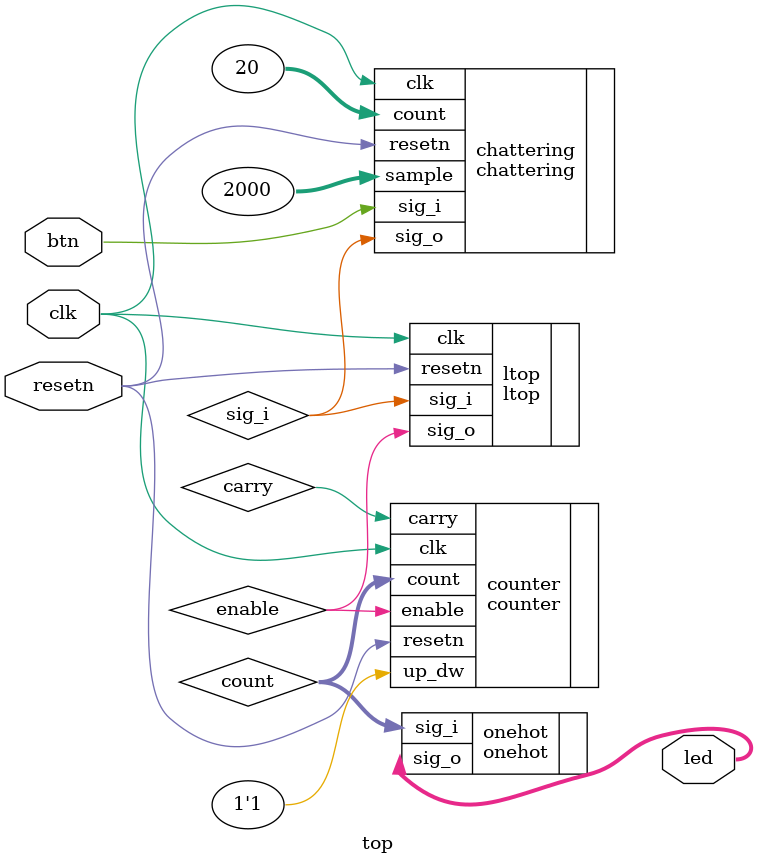
<source format=v>
`timescale 1ps/1ps
`default_nettype none


module top #(
    parameter P_OUT_BIT = 4
) (
    input   wire                        clk     //- clock
,   input   wire                        resetn  //- reset negative logic
,   input   wire                        btn     //- input signal
,   output  wire    [(P_OUT_BIT-1):0]   led     //- output signal
);

    localparam P_SAMPL = 'd2000;
    localparam P_SAMPL_BIT = clogb2(P_SAMPL);
    localparam P_MATCH = 'd20;
    localparam P_MATCH_BIT = clogb2(P_MATCH);

    wire sig_i;

    // ---------------------------
    // chattering
    // ---------------------------
    chattering #(
        .P_SAMPL_BIT(P_SAMPL_BIT)
    ,   .P_MATCH_BIT(P_MATCH_BIT)
    ) chattering (
        .clk    (clk)
    ,   .resetn (resetn)
    ,   .sig_i  (btn)
    ,   .sample (P_SAMPL)
    ,   .count  (P_MATCH)
    ,   .sig_o  (sig_i)
    );


    wire enable;                            // enable _|-|_

    // ---------------------------
    // level to pulse
    // ---------------------------
    ltop ltop (
        .clk    (clk)               //- clock
    ,   .resetn (resetn)            //- reset negative logic
    ,   .sig_i  (sig_i)             //- in  level signal    _|---
    ,   .sig_o  (enable)            //- out pulse signal    _|-|_
    );


    localparam P_BASE   = 3 + 1;            // counter max + 1
    localparam P_BIT    = clogb2(P_BASE);   // counter bit

    wire    [(P_BIT-1):0]   count;  // count
    wire                    carry;  // carry

    // ---------------------------
    // counter
    // ---------------------------
    counter #(
        .P_BASE (P_BASE)            // counter max + 1
    ,   .P_BIT  (P_BIT)             // counter bit
    ) counter (
        .clk    (clk)               //- clock
    ,   .resetn (resetn)            //- reset
    ,   .enable (enable)            //- in  enable
    ,   .up_dw  (1'b1)              //- in  up:1, down:0
    ,   .count  (count)             //- out count value
    ,   .carry  (carry)             //- out carry
    );


    // ---------------------------
    // onehot count to 8bit
    // ---------------------------
    onehot #(
        .P_BIT  (P_BIT)             // count bit
    ,   .P_OUT_BIT(P_OUT_BIT)       // out bit
    ) onehot (
        .sig_i  (count)             //- in  count value
    ,   .sig_o  (led)               //- out onehot
    );

    // define the clogb2 function   
    // 定数関数（Constant Function）
    function integer clogb2 (
        input integer value
    );    
        begin  
            value = value-1;  
            for (clogb2=0; value>0; clogb2=clogb2+1) begin
              value = value>>1;
            end
        end  
    endfunction

endmodule

`default_nettype wire


</source>
